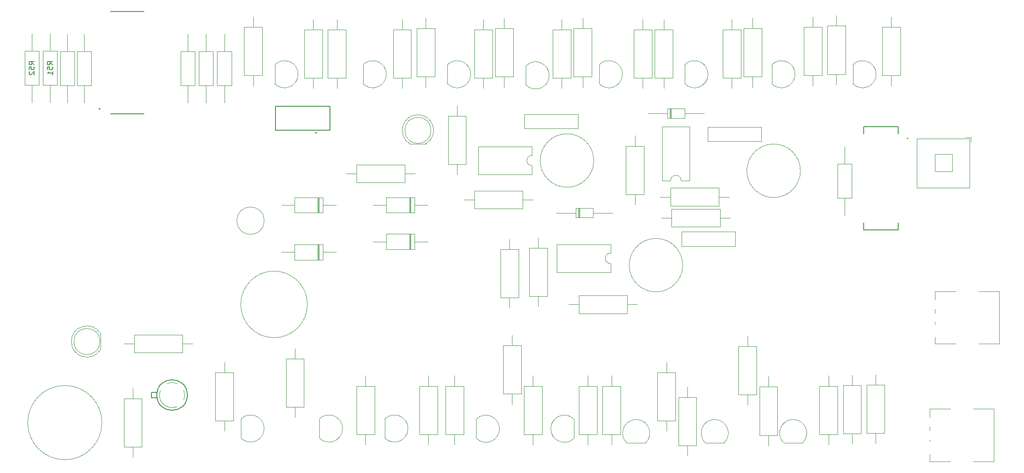
<source format=gbo>
%TF.GenerationSoftware,KiCad,Pcbnew,8.0.4*%
%TF.CreationDate,2024-09-18T10:13:05+03:00*%
%TF.ProjectId,Digital Electronic Trainer main pcb,44696769-7461-46c2-9045-6c656374726f,rev?*%
%TF.SameCoordinates,Original*%
%TF.FileFunction,Legend,Bot*%
%TF.FilePolarity,Positive*%
%FSLAX46Y46*%
G04 Gerber Fmt 4.6, Leading zero omitted, Abs format (unit mm)*
G04 Created by KiCad (PCBNEW 8.0.4) date 2024-09-18 10:13:05*
%MOMM*%
%LPD*%
G01*
G04 APERTURE LIST*
%ADD10C,0.150000*%
%ADD11C,0.120000*%
%ADD12C,0.127000*%
%ADD13C,0.050800*%
%ADD14C,0.200000*%
G04 APERTURE END LIST*
D10*
X16154819Y-84177142D02*
X15678628Y-83843809D01*
X16154819Y-83605714D02*
X15154819Y-83605714D01*
X15154819Y-83605714D02*
X15154819Y-83986666D01*
X15154819Y-83986666D02*
X15202438Y-84081904D01*
X15202438Y-84081904D02*
X15250057Y-84129523D01*
X15250057Y-84129523D02*
X15345295Y-84177142D01*
X15345295Y-84177142D02*
X15488152Y-84177142D01*
X15488152Y-84177142D02*
X15583390Y-84129523D01*
X15583390Y-84129523D02*
X15631009Y-84081904D01*
X15631009Y-84081904D02*
X15678628Y-83986666D01*
X15678628Y-83986666D02*
X15678628Y-83605714D01*
X15154819Y-85081904D02*
X15154819Y-84605714D01*
X15154819Y-84605714D02*
X15631009Y-84558095D01*
X15631009Y-84558095D02*
X15583390Y-84605714D01*
X15583390Y-84605714D02*
X15535771Y-84700952D01*
X15535771Y-84700952D02*
X15535771Y-84939047D01*
X15535771Y-84939047D02*
X15583390Y-85034285D01*
X15583390Y-85034285D02*
X15631009Y-85081904D01*
X15631009Y-85081904D02*
X15726247Y-85129523D01*
X15726247Y-85129523D02*
X15964342Y-85129523D01*
X15964342Y-85129523D02*
X16059580Y-85081904D01*
X16059580Y-85081904D02*
X16107200Y-85034285D01*
X16107200Y-85034285D02*
X16154819Y-84939047D01*
X16154819Y-84939047D02*
X16154819Y-84700952D01*
X16154819Y-84700952D02*
X16107200Y-84605714D01*
X16107200Y-84605714D02*
X16059580Y-84558095D01*
X15250057Y-85510476D02*
X15202438Y-85558095D01*
X15202438Y-85558095D02*
X15154819Y-85653333D01*
X15154819Y-85653333D02*
X15154819Y-85891428D01*
X15154819Y-85891428D02*
X15202438Y-85986666D01*
X15202438Y-85986666D02*
X15250057Y-86034285D01*
X15250057Y-86034285D02*
X15345295Y-86081904D01*
X15345295Y-86081904D02*
X15440533Y-86081904D01*
X15440533Y-86081904D02*
X15583390Y-86034285D01*
X15583390Y-86034285D02*
X16154819Y-85462857D01*
X16154819Y-85462857D02*
X16154819Y-86081904D01*
X19654819Y-84177142D02*
X19178628Y-83843809D01*
X19654819Y-83605714D02*
X18654819Y-83605714D01*
X18654819Y-83605714D02*
X18654819Y-83986666D01*
X18654819Y-83986666D02*
X18702438Y-84081904D01*
X18702438Y-84081904D02*
X18750057Y-84129523D01*
X18750057Y-84129523D02*
X18845295Y-84177142D01*
X18845295Y-84177142D02*
X18988152Y-84177142D01*
X18988152Y-84177142D02*
X19083390Y-84129523D01*
X19083390Y-84129523D02*
X19131009Y-84081904D01*
X19131009Y-84081904D02*
X19178628Y-83986666D01*
X19178628Y-83986666D02*
X19178628Y-83605714D01*
X18654819Y-85081904D02*
X18654819Y-84605714D01*
X18654819Y-84605714D02*
X19131009Y-84558095D01*
X19131009Y-84558095D02*
X19083390Y-84605714D01*
X19083390Y-84605714D02*
X19035771Y-84700952D01*
X19035771Y-84700952D02*
X19035771Y-84939047D01*
X19035771Y-84939047D02*
X19083390Y-85034285D01*
X19083390Y-85034285D02*
X19131009Y-85081904D01*
X19131009Y-85081904D02*
X19226247Y-85129523D01*
X19226247Y-85129523D02*
X19464342Y-85129523D01*
X19464342Y-85129523D02*
X19559580Y-85081904D01*
X19559580Y-85081904D02*
X19607200Y-85034285D01*
X19607200Y-85034285D02*
X19654819Y-84939047D01*
X19654819Y-84939047D02*
X19654819Y-84700952D01*
X19654819Y-84700952D02*
X19607200Y-84605714D01*
X19607200Y-84605714D02*
X19559580Y-84558095D01*
X19654819Y-86081904D02*
X19654819Y-85510476D01*
X19654819Y-85796190D02*
X18654819Y-85796190D01*
X18654819Y-85796190D02*
X18797676Y-85700952D01*
X18797676Y-85700952D02*
X18892914Y-85605714D01*
X18892914Y-85605714D02*
X18940533Y-85510476D01*
D11*
%TO.C,R12*%
X135280000Y-143000000D02*
X135280000Y-152240000D01*
X135280000Y-152240000D02*
X138720000Y-152240000D01*
X137000000Y-143000000D02*
X137000000Y-141040000D01*
X137000000Y-152240000D02*
X137000000Y-154200000D01*
X138720000Y-143000000D02*
X135280000Y-143000000D01*
X138720000Y-152240000D02*
X138720000Y-143000000D01*
%TO.C,Q12*%
X110150000Y-84430000D02*
X110150000Y-88030000D01*
X110161522Y-84391522D02*
G75*
G02*
X114600001Y-86230000I1838478J-1838478D01*
G01*
X114600000Y-86230000D02*
G75*
G02*
X110161522Y-88068478I-2600000J0D01*
G01*
%TO.C,RV1*%
X187330000Y-149980000D02*
X187330000Y-151630000D01*
X187330000Y-153370000D02*
X187330000Y-154129000D01*
X187330000Y-155870000D02*
X187330000Y-156250000D01*
X187330000Y-158700000D02*
X187330000Y-160021000D01*
X191267000Y-149980000D02*
X187330000Y-149980000D01*
X191267000Y-160021000D02*
X187330000Y-160021000D01*
X199570000Y-149980000D02*
X195634000Y-149980000D01*
X199570000Y-149980000D02*
X199570000Y-160021000D01*
X199570000Y-160021000D02*
X195634000Y-160021000D01*
%TO.C,R3*%
X50780000Y-143000000D02*
X50780000Y-152240000D01*
X50780000Y-152240000D02*
X54220000Y-152240000D01*
X52500000Y-143000000D02*
X52500000Y-141040000D01*
X52500000Y-152240000D02*
X52500000Y-154200000D01*
X54220000Y-143000000D02*
X50780000Y-143000000D01*
X54220000Y-152240000D02*
X54220000Y-143000000D01*
%TO.C,R22*%
X72280000Y-77500000D02*
X72280000Y-86740000D01*
X72280000Y-86740000D02*
X75720000Y-86740000D01*
X74000000Y-77500000D02*
X74000000Y-75540000D01*
X74000000Y-86740000D02*
X74000000Y-88700000D01*
X75720000Y-77500000D02*
X72280000Y-77500000D01*
X75720000Y-86740000D02*
X75720000Y-77500000D01*
%TO.C,D38*%
X83430000Y-116530000D02*
X83430000Y-119470000D01*
X83430000Y-118000000D02*
X80940000Y-118000000D01*
X83430000Y-119470000D02*
X88870000Y-119470000D01*
X87850000Y-119470000D02*
X87850000Y-116530000D01*
X87970000Y-119470000D02*
X87970000Y-116530000D01*
X88090000Y-119470000D02*
X88090000Y-116530000D01*
X88870000Y-116530000D02*
X83430000Y-116530000D01*
X88870000Y-118000000D02*
X91360000Y-118000000D01*
X88870000Y-119470000D02*
X88870000Y-116530000D01*
%TO.C,Q1*%
X55650000Y-151930000D02*
X55650000Y-155530000D01*
X55661522Y-151891522D02*
G75*
G02*
X60100001Y-153730000I1838478J-1838478D01*
G01*
X60100000Y-153730000D02*
G75*
G02*
X55661522Y-155568478I-2600000J0D01*
G01*
D12*
%TO.C,Q17*%
X38563000Y-147838000D02*
X38563000Y-146822000D01*
X39623500Y-146822000D02*
X38563000Y-146822000D01*
X39623500Y-147838000D02*
X38563000Y-147838000D01*
D13*
X41571100Y-145103000D02*
G75*
G02*
X43428900Y-145103000I928900J-2226996D01*
G01*
X43429000Y-149557100D02*
G75*
G02*
X40273000Y-146401100I-928900J2227100D01*
G01*
X44727000Y-146401100D02*
G75*
G02*
X44727000Y-148258900I-2227000J-928900D01*
G01*
D12*
X45421000Y-147330000D02*
G75*
G02*
X39579000Y-147330000I-2921000J0D01*
G01*
X39579000Y-147330000D02*
G75*
G02*
X45421000Y-147330000I2921000J0D01*
G01*
D11*
%TO.C,Q2*%
X70650000Y-151930000D02*
X70650000Y-155530000D01*
X70661522Y-151891522D02*
G75*
G02*
X75100001Y-153730000I1838478J-1838478D01*
G01*
X75100000Y-153730000D02*
G75*
G02*
X70661522Y-155568478I-2600000J0D01*
G01*
%TO.C,Q10*%
X79010000Y-84200000D02*
X79010000Y-87800000D01*
X79021522Y-84161522D02*
G75*
G02*
X83460001Y-86000000I1838478J-1838478D01*
G01*
X83460000Y-86000000D02*
G75*
G02*
X79021522Y-87838478I-2600000J0D01*
G01*
%TO.C,R8*%
X105780000Y-137880000D02*
X105780000Y-147120000D01*
X105780000Y-147120000D02*
X109220000Y-147120000D01*
X107500000Y-137880000D02*
X107500000Y-135920000D01*
X107500000Y-147120000D02*
X107500000Y-149080000D01*
X109220000Y-137880000D02*
X105780000Y-137880000D01*
X109220000Y-147120000D02*
X109220000Y-137880000D01*
%TO.C,R11*%
X124780000Y-145600000D02*
X124780000Y-154840000D01*
X124780000Y-154840000D02*
X128220000Y-154840000D01*
X126500000Y-145600000D02*
X126500000Y-143640000D01*
X126500000Y-154840000D02*
X126500000Y-156800000D01*
X128220000Y-145600000D02*
X124780000Y-145600000D01*
X128220000Y-154840000D02*
X128220000Y-145600000D01*
%TO.C,D20*%
X87955000Y-99290000D02*
X91045000Y-99290000D01*
X87955170Y-99290000D02*
G75*
G02*
X89500462Y-93740000I1544830J2560000D01*
G01*
X89499538Y-93740000D02*
G75*
G02*
X91044830Y-99290000I462J-2990000D01*
G01*
X92000000Y-96730000D02*
G75*
G02*
X87000000Y-96730000I-2500000J0D01*
G01*
X87000000Y-96730000D02*
G75*
G02*
X92000000Y-96730000I2500000J0D01*
G01*
%TO.C,U3*%
X116050000Y-118540000D02*
X116050000Y-123840000D01*
X116050000Y-123840000D02*
X126330000Y-123840000D01*
X126330000Y-118540000D02*
X116050000Y-118540000D01*
X126330000Y-120190000D02*
X126330000Y-118540000D01*
X126330000Y-123840000D02*
X126330000Y-122190000D01*
X126330000Y-122190000D02*
G75*
G02*
X126330000Y-120190000I0J1000000D01*
G01*
%TO.C,C2*%
X123120000Y-102500000D02*
G75*
G02*
X112880000Y-102500000I-5120000J0D01*
G01*
X112880000Y-102500000D02*
G75*
G02*
X123120000Y-102500000I5120000J0D01*
G01*
%TO.C,R40*%
X137760000Y-107740000D02*
X137760000Y-111180000D01*
X137760000Y-109460000D02*
X135800000Y-109460000D01*
X137760000Y-111180000D02*
X147000000Y-111180000D01*
X147000000Y-107740000D02*
X137760000Y-107740000D01*
X147000000Y-109460000D02*
X148960000Y-109460000D01*
X147000000Y-111180000D02*
X147000000Y-107740000D01*
%TO.C,C6*%
X140120000Y-122500000D02*
G75*
G02*
X129880000Y-122500000I-5120000J0D01*
G01*
X129880000Y-122500000D02*
G75*
G02*
X140120000Y-122500000I5120000J0D01*
G01*
%TO.C,R32*%
X151780000Y-77260000D02*
X151780000Y-86500000D01*
X151780000Y-86500000D02*
X155220000Y-86500000D01*
X153500000Y-77260000D02*
X153500000Y-75300000D01*
X153500000Y-86500000D02*
X153500000Y-88460000D01*
X155220000Y-77260000D02*
X151780000Y-77260000D01*
X155220000Y-86500000D02*
X155220000Y-77260000D01*
%TO.C,R42*%
X110780000Y-119220000D02*
X110780000Y-128460000D01*
X110780000Y-128460000D02*
X114220000Y-128460000D01*
X112500000Y-119220000D02*
X112500000Y-117260000D01*
X112500000Y-128460000D02*
X112500000Y-130420000D01*
X114220000Y-119220000D02*
X110780000Y-119220000D01*
X114220000Y-128460000D02*
X114220000Y-119220000D01*
%TO.C,R17*%
X170780000Y-145480000D02*
X170780000Y-154720000D01*
X170780000Y-154720000D02*
X174220000Y-154720000D01*
X172500000Y-145480000D02*
X172500000Y-143520000D01*
X172500000Y-154720000D02*
X172500000Y-156680000D01*
X174220000Y-145480000D02*
X170780000Y-145480000D01*
X174220000Y-154720000D02*
X174220000Y-145480000D01*
%TO.C,RV2*%
X188380000Y-127480000D02*
X188380000Y-129130000D01*
X188380000Y-130870000D02*
X188380000Y-131629000D01*
X188380000Y-133370000D02*
X188380000Y-133750000D01*
X188380000Y-136200000D02*
X188380000Y-137521000D01*
X192317000Y-127480000D02*
X188380000Y-127480000D01*
X192317000Y-137521000D02*
X188380000Y-137521000D01*
X200620000Y-127480000D02*
X196684000Y-127480000D01*
X200620000Y-127480000D02*
X200620000Y-137521000D01*
X200620000Y-137521000D02*
X196684000Y-137521000D01*
%TO.C,D37*%
X83430000Y-109530000D02*
X83430000Y-112470000D01*
X83430000Y-111000000D02*
X80940000Y-111000000D01*
X83430000Y-112470000D02*
X88870000Y-112470000D01*
X87850000Y-112470000D02*
X87850000Y-109530000D01*
X87970000Y-112470000D02*
X87970000Y-109530000D01*
X88090000Y-112470000D02*
X88090000Y-109530000D01*
X88870000Y-109530000D02*
X83430000Y-109530000D01*
X88870000Y-111000000D02*
X91360000Y-111000000D01*
X88870000Y-112470000D02*
X88870000Y-109530000D01*
%TO.C,R35*%
X178280000Y-77000000D02*
X178280000Y-86240000D01*
X178280000Y-86240000D02*
X181720000Y-86240000D01*
X180000000Y-77000000D02*
X180000000Y-75040000D01*
X180000000Y-86240000D02*
X180000000Y-88200000D01*
X181720000Y-77000000D02*
X178280000Y-77000000D01*
X181720000Y-86240000D02*
X181720000Y-77000000D01*
%TO.C,R14*%
X150780000Y-138000000D02*
X150780000Y-147240000D01*
X150780000Y-147240000D02*
X154220000Y-147240000D01*
X152500000Y-138000000D02*
X152500000Y-136040000D01*
X152500000Y-147240000D02*
X152500000Y-149200000D01*
X154220000Y-138000000D02*
X150780000Y-138000000D01*
X154220000Y-147240000D02*
X154220000Y-138000000D01*
%TO.C,R47*%
X47630000Y-81610000D02*
X47630000Y-88150000D01*
X47630000Y-88150000D02*
X50370000Y-88150000D01*
X49000000Y-81610000D02*
X49000000Y-78300000D01*
X49000000Y-88150000D02*
X49000000Y-91460000D01*
X50370000Y-81610000D02*
X47630000Y-81610000D01*
X50370000Y-88150000D02*
X50370000Y-81610000D01*
%TO.C,R52*%
X14330000Y-81550000D02*
X14330000Y-88090000D01*
X14330000Y-88090000D02*
X17070000Y-88090000D01*
X15700000Y-81550000D02*
X15700000Y-78240000D01*
X15700000Y-88090000D02*
X15700000Y-91400000D01*
X17070000Y-81550000D02*
X14330000Y-81550000D01*
X17070000Y-88090000D02*
X17070000Y-81550000D01*
%TO.C,R7*%
X94780000Y-145600000D02*
X94780000Y-154840000D01*
X94780000Y-154840000D02*
X98220000Y-154840000D01*
X96500000Y-145600000D02*
X96500000Y-143640000D01*
X96500000Y-154840000D02*
X96500000Y-156800000D01*
X98220000Y-145600000D02*
X94780000Y-145600000D01*
X98220000Y-154840000D02*
X98220000Y-145600000D01*
%TO.C,R36*%
X95280000Y-94000000D02*
X95280000Y-103240000D01*
X95280000Y-103240000D02*
X98720000Y-103240000D01*
X97000000Y-94000000D02*
X97000000Y-92040000D01*
X97000000Y-103240000D02*
X97000000Y-105200000D01*
X98720000Y-94000000D02*
X95280000Y-94000000D01*
X98720000Y-103240000D02*
X98720000Y-94000000D01*
%TO.C,R21*%
X67780000Y-77500000D02*
X67780000Y-86740000D01*
X67780000Y-86740000D02*
X71220000Y-86740000D01*
X69500000Y-77500000D02*
X69500000Y-75540000D01*
X69500000Y-86740000D02*
X69500000Y-88700000D01*
X71220000Y-77500000D02*
X67780000Y-77500000D01*
X71220000Y-86740000D02*
X71220000Y-77500000D01*
%TO.C,SW14*%
X184902500Y-98280000D02*
X184902500Y-107720000D01*
X188322500Y-104600000D02*
X188322500Y-101300000D01*
X191622500Y-101300000D02*
X188322500Y-101300000D01*
X191622500Y-104600000D02*
X188322500Y-104600000D01*
X191622500Y-104600000D02*
X191622500Y-101300000D01*
X194942500Y-98280000D02*
X184902500Y-98280000D01*
X194942500Y-98280000D02*
X194942500Y-107720000D01*
X194942500Y-107720000D02*
X184902500Y-107720000D01*
X195192500Y-98030000D02*
X194192500Y-98030000D01*
X195192500Y-98030000D02*
X195192500Y-99030000D01*
%TO.C,R16*%
X166280000Y-145600000D02*
X166280000Y-154840000D01*
X166280000Y-154840000D02*
X169720000Y-154840000D01*
X168000000Y-145600000D02*
X168000000Y-143640000D01*
X168000000Y-154840000D02*
X168000000Y-156800000D01*
X169720000Y-145600000D02*
X166280000Y-145600000D01*
X169720000Y-154840000D02*
X169720000Y-145600000D01*
%TO.C,R13*%
X139280000Y-147760000D02*
X139280000Y-157000000D01*
X139280000Y-157000000D02*
X142720000Y-157000000D01*
X141000000Y-147760000D02*
X141000000Y-145800000D01*
X141000000Y-157000000D02*
X141000000Y-158960000D01*
X142720000Y-147760000D02*
X139280000Y-147760000D01*
X142720000Y-157000000D02*
X142720000Y-147760000D01*
%TO.C,R44*%
X120260000Y-128280000D02*
X120260000Y-131720000D01*
X120260000Y-130000000D02*
X118300000Y-130000000D01*
X120260000Y-131720000D02*
X129500000Y-131720000D01*
X129500000Y-128280000D02*
X120260000Y-128280000D01*
X129500000Y-130000000D02*
X131460000Y-130000000D01*
X129500000Y-131720000D02*
X129500000Y-128280000D01*
%TO.C,Q16*%
X172650000Y-84200000D02*
X172650000Y-87800000D01*
X172661522Y-84161522D02*
G75*
G02*
X177100001Y-86000000I1838478J-1838478D01*
G01*
X177100000Y-86000000D02*
G75*
G02*
X172661522Y-87838478I-2600000J0D01*
G01*
%TO.C,C8*%
X60120000Y-114000000D02*
G75*
G02*
X54880000Y-114000000I-2620000J0D01*
G01*
X54880000Y-114000000D02*
G75*
G02*
X60120000Y-114000000I2620000J0D01*
G01*
%TO.C,R29*%
X130780000Y-77500000D02*
X130780000Y-86740000D01*
X130780000Y-86740000D02*
X134220000Y-86740000D01*
X132500000Y-77500000D02*
X132500000Y-75540000D01*
X132500000Y-86740000D02*
X132500000Y-88700000D01*
X134220000Y-77500000D02*
X130780000Y-77500000D01*
X134220000Y-86740000D02*
X134220000Y-77500000D01*
%TO.C,BZ1*%
X29100000Y-152600000D02*
G75*
G02*
X14900000Y-152600000I-7100000J0D01*
G01*
X14900000Y-152600000D02*
G75*
G02*
X29100000Y-152600000I7100000J0D01*
G01*
%TO.C,R23*%
X84780000Y-77500000D02*
X84780000Y-86740000D01*
X84780000Y-86740000D02*
X88220000Y-86740000D01*
X86500000Y-77500000D02*
X86500000Y-75540000D01*
X86500000Y-86740000D02*
X86500000Y-88700000D01*
X88220000Y-77500000D02*
X84780000Y-77500000D01*
X88220000Y-86740000D02*
X88220000Y-77500000D01*
%TO.C,R43*%
X105280000Y-119460000D02*
X105280000Y-128700000D01*
X105280000Y-128700000D02*
X108720000Y-128700000D01*
X107000000Y-119460000D02*
X107000000Y-117500000D01*
X107000000Y-128700000D02*
X107000000Y-130660000D01*
X108720000Y-119460000D02*
X105280000Y-119460000D01*
X108720000Y-128700000D02*
X108720000Y-119460000D01*
%TO.C,R39*%
X129280000Y-99720000D02*
X129280000Y-108960000D01*
X129280000Y-108960000D02*
X132720000Y-108960000D01*
X131000000Y-99720000D02*
X131000000Y-97760000D01*
X131000000Y-108960000D02*
X131000000Y-110920000D01*
X132720000Y-99720000D02*
X129280000Y-99720000D01*
X132720000Y-108960000D02*
X132720000Y-99720000D01*
%TO.C,D34*%
X119710000Y-111580000D02*
X119710000Y-113420000D01*
X119710000Y-112500000D02*
X115990000Y-112500000D01*
X119710000Y-113420000D02*
X122990000Y-113420000D01*
X120166000Y-111580000D02*
X120166000Y-113420000D01*
X120286000Y-111580000D02*
X120286000Y-113420000D01*
X120406000Y-111580000D02*
X120406000Y-113420000D01*
X122990000Y-111580000D02*
X119710000Y-111580000D01*
X122990000Y-112500000D02*
X126710000Y-112500000D01*
X122990000Y-113420000D02*
X122990000Y-111580000D01*
%TO.C,C5*%
X139880000Y-116130000D02*
X150120000Y-116130000D01*
X139880000Y-118870000D02*
X139880000Y-116130000D01*
X139880000Y-118870000D02*
X150120000Y-118870000D01*
X150120000Y-118870000D02*
X150120000Y-116130000D01*
%TO.C,R51*%
X17830000Y-81550000D02*
X17830000Y-88090000D01*
X17830000Y-88090000D02*
X20570000Y-88090000D01*
X19200000Y-81550000D02*
X19200000Y-78240000D01*
X19200000Y-88090000D02*
X19200000Y-91400000D01*
X20570000Y-81550000D02*
X17830000Y-81550000D01*
X20570000Y-88090000D02*
X20570000Y-81550000D01*
%TO.C,Q14*%
X140510000Y-84200000D02*
X140510000Y-87800000D01*
X140521522Y-84161522D02*
G75*
G02*
X144960001Y-86000000I1838478J-1838478D01*
G01*
X144960000Y-86000000D02*
G75*
G02*
X140521522Y-87838478I-2600000J0D01*
G01*
%TO.C,R26*%
X104280000Y-77260000D02*
X104280000Y-86500000D01*
X104280000Y-86500000D02*
X107720000Y-86500000D01*
X106000000Y-77260000D02*
X106000000Y-75300000D01*
X106000000Y-86500000D02*
X106000000Y-88460000D01*
X107720000Y-77260000D02*
X104280000Y-77260000D01*
X107720000Y-86500000D02*
X107720000Y-77260000D01*
%TO.C,R25*%
X100280000Y-77500000D02*
X100280000Y-86740000D01*
X100280000Y-86740000D02*
X103720000Y-86740000D01*
X102000000Y-77500000D02*
X102000000Y-75540000D01*
X102000000Y-86740000D02*
X102000000Y-88700000D01*
X103720000Y-77500000D02*
X100280000Y-77500000D01*
X103720000Y-86740000D02*
X103720000Y-77500000D01*
D12*
%TO.C,U14*%
X37145000Y-74030000D02*
X30795000Y-74030000D01*
X37145000Y-93590000D02*
X30795000Y-93590000D01*
D14*
X28735000Y-92600000D02*
G75*
G02*
X28535000Y-92600000I-100000J0D01*
G01*
X28535000Y-92600000D02*
G75*
G02*
X28735000Y-92600000I100000J0D01*
G01*
D11*
%TO.C,R24*%
X89280000Y-77260000D02*
X89280000Y-86500000D01*
X89280000Y-86500000D02*
X92720000Y-86500000D01*
X91000000Y-77260000D02*
X91000000Y-75300000D01*
X91000000Y-86500000D02*
X91000000Y-88460000D01*
X92720000Y-77260000D02*
X89280000Y-77260000D01*
X92720000Y-86500000D02*
X92720000Y-77260000D01*
D12*
%TO.C,U4*%
X62300000Y-92140000D02*
X72700000Y-92140000D01*
X62300000Y-96740000D02*
X62300000Y-92140000D01*
X72700000Y-92140000D02*
X72700000Y-96740000D01*
X72700000Y-96740000D02*
X62300000Y-96740000D01*
D14*
X70150000Y-97195000D02*
G75*
G02*
X69950000Y-97195000I-100000J0D01*
G01*
X69950000Y-97195000D02*
G75*
G02*
X70150000Y-97195000I100000J0D01*
G01*
D11*
%TO.C,R27*%
X115280000Y-77500000D02*
X115280000Y-86740000D01*
X115280000Y-86740000D02*
X118720000Y-86740000D01*
X117000000Y-77500000D02*
X117000000Y-75540000D01*
X117000000Y-86740000D02*
X117000000Y-88700000D01*
X118720000Y-77500000D02*
X115280000Y-77500000D01*
X118720000Y-86740000D02*
X118720000Y-77500000D01*
%TO.C,R15*%
X154780000Y-145760000D02*
X154780000Y-155000000D01*
X154780000Y-155000000D02*
X158220000Y-155000000D01*
X156500000Y-145760000D02*
X156500000Y-143800000D01*
X156500000Y-155000000D02*
X156500000Y-156960000D01*
X158220000Y-145760000D02*
X154780000Y-145760000D01*
X158220000Y-155000000D02*
X158220000Y-145760000D01*
%TO.C,U1*%
X101050000Y-99840000D02*
X101050000Y-105140000D01*
X101050000Y-105140000D02*
X111330000Y-105140000D01*
X111330000Y-99840000D02*
X101050000Y-99840000D01*
X111330000Y-101490000D02*
X111330000Y-99840000D01*
X111330000Y-105140000D02*
X111330000Y-103490000D01*
X111330000Y-103490000D02*
G75*
G02*
X111330000Y-101490000I0J1000000D01*
G01*
%TO.C,Q3*%
X83150000Y-151930000D02*
X83150000Y-155530000D01*
X83161522Y-151891522D02*
G75*
G02*
X87600001Y-153730000I1838478J-1838478D01*
G01*
X87600000Y-153730000D02*
G75*
G02*
X83161522Y-155568478I-2600000J0D01*
G01*
%TO.C,C1*%
X109880000Y-93630000D02*
X120120000Y-93630000D01*
X109880000Y-96370000D02*
X109880000Y-93630000D01*
X109880000Y-96370000D02*
X120120000Y-96370000D01*
X120120000Y-96370000D02*
X120120000Y-93630000D01*
%TO.C,R34*%
X167780000Y-76760000D02*
X167780000Y-86000000D01*
X167780000Y-86000000D02*
X171220000Y-86000000D01*
X169500000Y-76760000D02*
X169500000Y-74800000D01*
X169500000Y-86000000D02*
X169500000Y-87960000D01*
X171220000Y-76760000D02*
X167780000Y-76760000D01*
X171220000Y-86000000D02*
X171220000Y-76760000D01*
%TO.C,R2*%
X35260000Y-135780000D02*
X35260000Y-139220000D01*
X35260000Y-137500000D02*
X33300000Y-137500000D01*
X35260000Y-139220000D02*
X44500000Y-139220000D01*
X44500000Y-135780000D02*
X35260000Y-135780000D01*
X44500000Y-137500000D02*
X46460000Y-137500000D01*
X44500000Y-139220000D02*
X44500000Y-135780000D01*
%TO.C,R46*%
X44130000Y-81610000D02*
X44130000Y-88150000D01*
X44130000Y-88150000D02*
X46870000Y-88150000D01*
X45500000Y-81610000D02*
X45500000Y-78300000D01*
X45500000Y-88150000D02*
X45500000Y-91460000D01*
X46870000Y-81610000D02*
X44130000Y-81610000D01*
X46870000Y-88150000D02*
X46870000Y-81610000D01*
%TO.C,R50*%
X21130000Y-81610000D02*
X21130000Y-88150000D01*
X21130000Y-88150000D02*
X23870000Y-88150000D01*
X22500000Y-81610000D02*
X22500000Y-78300000D01*
X22500000Y-88150000D02*
X22500000Y-91460000D01*
X23870000Y-81610000D02*
X21130000Y-81610000D01*
X23870000Y-88150000D02*
X23870000Y-81610000D01*
%TO.C,C3*%
X144880000Y-96090000D02*
X155120000Y-96090000D01*
X144880000Y-98830000D02*
X144880000Y-96090000D01*
X144880000Y-98830000D02*
X155120000Y-98830000D01*
X155120000Y-98830000D02*
X155120000Y-96090000D01*
%TO.C,Q4*%
X100650000Y-151970000D02*
X100650000Y-155570000D01*
X100661522Y-151931522D02*
G75*
G02*
X105100001Y-153770000I1838478J-1838478D01*
G01*
X105100000Y-153770000D02*
G75*
G02*
X100661522Y-155608478I-2600000J0D01*
G01*
%TO.C,D33*%
X137210000Y-92540000D02*
X137210000Y-94380000D01*
X137210000Y-93460000D02*
X133490000Y-93460000D01*
X137210000Y-94380000D02*
X140490000Y-94380000D01*
X137666000Y-92540000D02*
X137666000Y-94380000D01*
X137786000Y-92540000D02*
X137786000Y-94380000D01*
X137906000Y-92540000D02*
X137906000Y-94380000D01*
X140490000Y-92540000D02*
X137210000Y-92540000D01*
X140490000Y-93460000D02*
X144210000Y-93460000D01*
X140490000Y-94380000D02*
X140490000Y-92540000D01*
%TO.C,R10*%
X120280000Y-145600000D02*
X120280000Y-154840000D01*
X120280000Y-154840000D02*
X123720000Y-154840000D01*
X122000000Y-145600000D02*
X122000000Y-143640000D01*
X122000000Y-154840000D02*
X122000000Y-156800000D01*
X123720000Y-145600000D02*
X120280000Y-145600000D01*
X123720000Y-154840000D02*
X123720000Y-145600000D01*
%TO.C,R31*%
X147780000Y-77500000D02*
X147780000Y-86740000D01*
X147780000Y-86740000D02*
X151220000Y-86740000D01*
X149500000Y-77500000D02*
X149500000Y-75540000D01*
X149500000Y-86740000D02*
X149500000Y-88700000D01*
X151220000Y-77500000D02*
X147780000Y-77500000D01*
X151220000Y-86740000D02*
X151220000Y-77500000D01*
%TO.C,R20*%
X56280000Y-77000000D02*
X56280000Y-86240000D01*
X56280000Y-86240000D02*
X59720000Y-86240000D01*
X58000000Y-77000000D02*
X58000000Y-75040000D01*
X58000000Y-86240000D02*
X58000000Y-88200000D01*
X59720000Y-77000000D02*
X56280000Y-77000000D01*
X59720000Y-86240000D02*
X59720000Y-77000000D01*
%TO.C,R18*%
X175280000Y-145360000D02*
X175280000Y-154600000D01*
X175280000Y-154600000D02*
X178720000Y-154600000D01*
X177000000Y-145360000D02*
X177000000Y-143400000D01*
X177000000Y-154600000D02*
X177000000Y-156560000D01*
X178720000Y-145360000D02*
X175280000Y-145360000D01*
X178720000Y-154600000D02*
X178720000Y-145360000D01*
%TO.C,R45*%
X169690000Y-103110000D02*
X169690000Y-109650000D01*
X169690000Y-109650000D02*
X172430000Y-109650000D01*
X171060000Y-103110000D02*
X171060000Y-99800000D01*
X171060000Y-109650000D02*
X171060000Y-112960000D01*
X172430000Y-103110000D02*
X169690000Y-103110000D01*
X172430000Y-109650000D02*
X172430000Y-103110000D01*
%TO.C,R49*%
X24330000Y-81610000D02*
X24330000Y-88150000D01*
X24330000Y-88150000D02*
X27070000Y-88150000D01*
X25700000Y-81610000D02*
X25700000Y-78300000D01*
X25700000Y-88150000D02*
X25700000Y-91460000D01*
X27070000Y-81610000D02*
X24330000Y-81610000D01*
X27070000Y-88150000D02*
X27070000Y-81610000D01*
%TO.C,R9*%
X109780000Y-145600000D02*
X109780000Y-154840000D01*
X109780000Y-154840000D02*
X113220000Y-154840000D01*
X111500000Y-145600000D02*
X111500000Y-143640000D01*
X111500000Y-154840000D02*
X111500000Y-156800000D01*
X113220000Y-145600000D02*
X109780000Y-145600000D01*
X113220000Y-154840000D02*
X113220000Y-145600000D01*
%TO.C,R1*%
X33280000Y-148000000D02*
X33280000Y-157240000D01*
X33280000Y-157240000D02*
X36720000Y-157240000D01*
X35000000Y-148000000D02*
X35000000Y-146040000D01*
X35000000Y-157240000D02*
X35000000Y-159200000D01*
X36720000Y-148000000D02*
X33280000Y-148000000D01*
X36720000Y-157240000D02*
X36720000Y-148000000D01*
%TO.C,D36*%
X65930000Y-118530000D02*
X65930000Y-121470000D01*
X65930000Y-120000000D02*
X63440000Y-120000000D01*
X65930000Y-121470000D02*
X71370000Y-121470000D01*
X70350000Y-121470000D02*
X70350000Y-118530000D01*
X70470000Y-121470000D02*
X70470000Y-118530000D01*
X70590000Y-121470000D02*
X70590000Y-118530000D01*
X71370000Y-118530000D02*
X65930000Y-118530000D01*
X71370000Y-120000000D02*
X73860000Y-120000000D01*
X71370000Y-121470000D02*
X71370000Y-118530000D01*
%TO.C,R4*%
X64280000Y-140380000D02*
X64280000Y-149620000D01*
X64280000Y-149620000D02*
X67720000Y-149620000D01*
X66000000Y-140380000D02*
X66000000Y-138420000D01*
X66000000Y-149620000D02*
X66000000Y-151580000D01*
X67720000Y-140380000D02*
X64280000Y-140380000D01*
X67720000Y-149620000D02*
X67720000Y-140380000D01*
%TO.C,R33*%
X163280000Y-77000000D02*
X163280000Y-86240000D01*
X163280000Y-86240000D02*
X166720000Y-86240000D01*
X165000000Y-77000000D02*
X165000000Y-75040000D01*
X165000000Y-86240000D02*
X165000000Y-88200000D01*
X166720000Y-77000000D02*
X163280000Y-77000000D01*
X166720000Y-86240000D02*
X166720000Y-77000000D01*
%TO.C,Q11*%
X95150000Y-84200000D02*
X95150000Y-87800000D01*
X95161522Y-84161522D02*
G75*
G02*
X99600001Y-86000000I1838478J-1838478D01*
G01*
X99600000Y-86000000D02*
G75*
G02*
X95161522Y-87838478I-2600000J0D01*
G01*
%TO.C,Q7*%
X144430000Y-156450000D02*
X148030000Y-156450000D01*
X144391522Y-156438478D02*
G75*
G02*
X146230000Y-151999999I1838478J1838478D01*
G01*
X146230000Y-152000000D02*
G75*
G02*
X148068478Y-156438478I0J-2600000D01*
G01*
%TO.C,R37*%
X77760000Y-103280000D02*
X77760000Y-106720000D01*
X77760000Y-105000000D02*
X75800000Y-105000000D01*
X77760000Y-106720000D02*
X87000000Y-106720000D01*
X87000000Y-103280000D02*
X77760000Y-103280000D01*
X87000000Y-105000000D02*
X88960000Y-105000000D01*
X87000000Y-106720000D02*
X87000000Y-103280000D01*
%TO.C,D35*%
X65930000Y-109530000D02*
X65930000Y-112470000D01*
X65930000Y-111000000D02*
X63440000Y-111000000D01*
X65930000Y-112470000D02*
X71370000Y-112470000D01*
X70350000Y-112470000D02*
X70350000Y-109530000D01*
X70470000Y-112470000D02*
X70470000Y-109530000D01*
X70590000Y-112470000D02*
X70590000Y-109530000D01*
X71370000Y-109530000D02*
X65930000Y-109530000D01*
X71370000Y-111000000D02*
X73860000Y-111000000D01*
X71370000Y-112470000D02*
X71370000Y-109530000D01*
%TO.C,R41*%
X138000000Y-111740000D02*
X138000000Y-115180000D01*
X138000000Y-113460000D02*
X136040000Y-113460000D01*
X138000000Y-115180000D02*
X147240000Y-115180000D01*
X147240000Y-111740000D02*
X138000000Y-111740000D01*
X147240000Y-113460000D02*
X149200000Y-113460000D01*
X147240000Y-115180000D02*
X147240000Y-111740000D01*
%TO.C,R30*%
X134780000Y-77500000D02*
X134780000Y-86740000D01*
X134780000Y-86740000D02*
X138220000Y-86740000D01*
X136500000Y-77500000D02*
X136500000Y-75540000D01*
X136500000Y-86740000D02*
X136500000Y-88700000D01*
X138220000Y-77500000D02*
X134780000Y-77500000D01*
X138220000Y-86740000D02*
X138220000Y-77500000D01*
%TO.C,R48*%
X51130000Y-81610000D02*
X51130000Y-88150000D01*
X51130000Y-88150000D02*
X53870000Y-88150000D01*
X52500000Y-81610000D02*
X52500000Y-78300000D01*
X52500000Y-88150000D02*
X52500000Y-91460000D01*
X53870000Y-81610000D02*
X51130000Y-81610000D01*
X53870000Y-88150000D02*
X53870000Y-81610000D01*
%TO.C,Q13*%
X124150000Y-84200000D02*
X124150000Y-87800000D01*
X124161522Y-84161522D02*
G75*
G02*
X128600001Y-86000000I1838478J-1838478D01*
G01*
X128600000Y-86000000D02*
G75*
G02*
X124161522Y-87838478I-2600000J0D01*
G01*
%TO.C,C4*%
X162620000Y-104460000D02*
G75*
G02*
X152380000Y-104460000I-5120000J0D01*
G01*
X152380000Y-104460000D02*
G75*
G02*
X162620000Y-104460000I5120000J0D01*
G01*
%TO.C,Q15*%
X157150000Y-84200000D02*
X157150000Y-87800000D01*
X157161522Y-84161522D02*
G75*
G02*
X161600001Y-86000000I1838478J-1838478D01*
G01*
X161600000Y-86000000D02*
G75*
G02*
X157161522Y-87838478I-2600000J0D01*
G01*
%TO.C,R6*%
X89780000Y-145600000D02*
X89780000Y-154840000D01*
X89780000Y-154840000D02*
X93220000Y-154840000D01*
X91500000Y-145600000D02*
X91500000Y-143640000D01*
X91500000Y-154840000D02*
X91500000Y-156800000D01*
X93220000Y-145600000D02*
X89780000Y-145600000D01*
X93220000Y-154840000D02*
X93220000Y-145600000D01*
%TO.C,Q5*%
X119350000Y-155570000D02*
X119350000Y-151970000D01*
X114900000Y-153770000D02*
G75*
G02*
X119338478Y-151931522I2600000J0D01*
G01*
X119338478Y-155608478D02*
G75*
G02*
X114899999Y-153770000I-1838478J1838478D01*
G01*
%TO.C,Q8*%
X159430000Y-156450000D02*
X163030000Y-156450000D01*
X159391522Y-156438478D02*
G75*
G02*
X161230000Y-151999999I1838478J1838478D01*
G01*
X161230000Y-152000000D02*
G75*
G02*
X163068478Y-156438478I0J-2600000D01*
G01*
%TO.C,R28*%
X119280000Y-77260000D02*
X119280000Y-86500000D01*
X119280000Y-86500000D02*
X122720000Y-86500000D01*
X121000000Y-77260000D02*
X121000000Y-75300000D01*
X121000000Y-86500000D02*
X121000000Y-88460000D01*
X122720000Y-77260000D02*
X119280000Y-77260000D01*
X122720000Y-86500000D02*
X122720000Y-77260000D01*
%TO.C,R5*%
X77780000Y-145600000D02*
X77780000Y-154840000D01*
X77780000Y-154840000D02*
X81220000Y-154840000D01*
X79500000Y-145600000D02*
X79500000Y-143640000D01*
X79500000Y-154840000D02*
X79500000Y-156800000D01*
X81220000Y-145600000D02*
X77780000Y-145600000D01*
X81220000Y-154840000D02*
X81220000Y-145600000D01*
%TO.C,D1*%
X28790000Y-138645000D02*
X28790000Y-135555000D01*
X23240000Y-137100462D02*
G75*
G02*
X28790000Y-135555170I2990000J462D01*
G01*
X28790000Y-138644830D02*
G75*
G02*
X23240000Y-137099538I-2560000J1544830D01*
G01*
X28730000Y-137100000D02*
G75*
G02*
X23730000Y-137100000I-2500000J0D01*
G01*
X23730000Y-137100000D02*
G75*
G02*
X28730000Y-137100000I2500000J0D01*
G01*
%TO.C,R38*%
X100260000Y-108280000D02*
X100260000Y-111720000D01*
X100260000Y-110000000D02*
X98300000Y-110000000D01*
X100260000Y-111720000D02*
X109500000Y-111720000D01*
X109500000Y-108280000D02*
X100260000Y-108280000D01*
X109500000Y-110000000D02*
X111460000Y-110000000D01*
X109500000Y-111720000D02*
X109500000Y-108280000D01*
%TO.C,C7*%
X68370000Y-130000000D02*
G75*
G02*
X55630000Y-130000000I-6370000J0D01*
G01*
X55630000Y-130000000D02*
G75*
G02*
X68370000Y-130000000I6370000J0D01*
G01*
%TO.C,Q6*%
X129430000Y-156450000D02*
X133030000Y-156450000D01*
X129391522Y-156438478D02*
G75*
G02*
X131230000Y-151999999I1838478J1838478D01*
G01*
X131230000Y-152000000D02*
G75*
G02*
X133068478Y-156438478I0J-2600000D01*
G01*
%TO.C,U2*%
X136160000Y-96050000D02*
X136160000Y-106330000D01*
X136160000Y-106330000D02*
X137810000Y-106330000D01*
X139810000Y-106330000D02*
X141460000Y-106330000D01*
X141460000Y-96050000D02*
X136160000Y-96050000D01*
X141460000Y-106330000D02*
X141460000Y-96050000D01*
X137810000Y-106330000D02*
G75*
G02*
X139810000Y-106330000I1000000J0D01*
G01*
%TO.C,Q9*%
X62150000Y-84200000D02*
X62150000Y-87800000D01*
X62161522Y-84161522D02*
G75*
G02*
X66600001Y-86000000I1838478J-1838478D01*
G01*
X66600000Y-86000000D02*
G75*
G02*
X62161522Y-87838478I-2600000J0D01*
G01*
D12*
%TO.C,U11*%
X174730000Y-96035000D02*
X181330000Y-96035000D01*
X174730000Y-97355000D02*
X174730000Y-96035000D01*
X174730000Y-115725000D02*
X174730000Y-114405000D01*
X181330000Y-96035000D02*
X181330000Y-97355000D01*
X181330000Y-114405000D02*
X181330000Y-115725000D01*
X181330000Y-115725000D02*
X174730000Y-115725000D01*
D14*
X183185000Y-98260000D02*
G75*
G02*
X182985000Y-98260000I-100000J0D01*
G01*
X182985000Y-98260000D02*
G75*
G02*
X183185000Y-98260000I100000J0D01*
G01*
%TD*%
M02*

</source>
